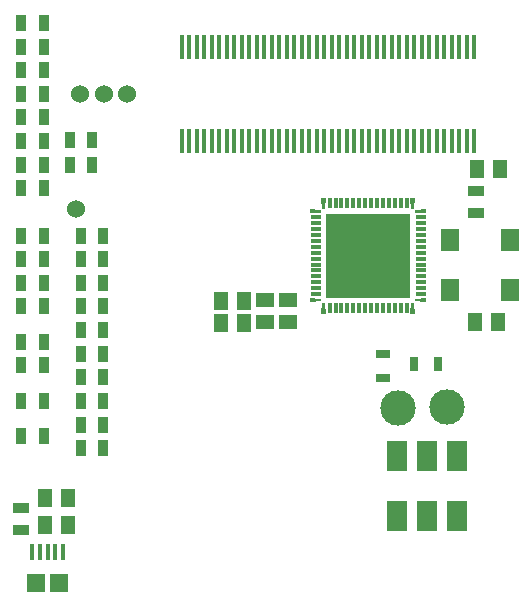
<source format=gtp>
%FSLAX34Y34*%
G04 Gerber Fmt 3.4, Leading zero omitted, Abs format*
G04 (created by PCBNEW (2014-06-12 BZR 4942)-product) date Wed 18 Jun 2014 12:24:07 AM PDT*
%MOIN*%
G01*
G70*
G90*
G04 APERTURE LIST*
%ADD10C,0.003937*%
%ADD11R,0.065000X0.100000*%
%ADD12R,0.012000X0.036000*%
%ADD13R,0.036000X0.012000*%
%ADD14R,0.285000X0.285000*%
%ADD15R,0.047200X0.031500*%
%ADD16R,0.059000X0.051200*%
%ADD17R,0.051200X0.059000*%
%ADD18R,0.015748X0.078740*%
%ADD19R,0.015748X0.053150*%
%ADD20R,0.059055X0.061024*%
%ADD21R,0.035000X0.055000*%
%ADD22R,0.055000X0.035000*%
%ADD23C,0.060000*%
%ADD24R,0.031500X0.047200*%
%ADD25R,0.061024X0.076772*%
%ADD26C,0.118100*%
G04 APERTURE END LIST*
G54D10*
G54D11*
X64488Y-30602D03*
X65488Y-30602D03*
X66488Y-30602D03*
X66488Y-28602D03*
X65488Y-28602D03*
X64488Y-28602D03*
G54D10*
G36*
X65099Y-19999D02*
X65067Y-20359D01*
X64979Y-20359D01*
X64947Y-19999D01*
X65099Y-19999D01*
X65099Y-19999D01*
G37*
G54D12*
X64823Y-20179D03*
X64623Y-20179D03*
X64433Y-20179D03*
X64233Y-20179D03*
X64033Y-20179D03*
X63843Y-20179D03*
X63643Y-20179D03*
X63443Y-20179D03*
X63243Y-20179D03*
X63053Y-20179D03*
X62853Y-20179D03*
X62653Y-20179D03*
X62463Y-20179D03*
X62263Y-20179D03*
G54D10*
G36*
X62139Y-19999D02*
X62107Y-20359D01*
X62019Y-20359D01*
X61987Y-19999D01*
X62139Y-19999D01*
X62139Y-19999D01*
G37*
G36*
X61613Y-20373D02*
X61973Y-20404D01*
X61973Y-20493D01*
X61613Y-20524D01*
X61613Y-20373D01*
X61613Y-20373D01*
G37*
G54D13*
X61793Y-20649D03*
X61793Y-20849D03*
X61793Y-21039D03*
X61793Y-21239D03*
X61793Y-21439D03*
X61793Y-21629D03*
X61793Y-21829D03*
X61793Y-22029D03*
X61793Y-22229D03*
X61793Y-22419D03*
X61793Y-22619D03*
X61793Y-22819D03*
X61793Y-23009D03*
X61793Y-23209D03*
G54D10*
G36*
X61613Y-23333D02*
X61973Y-23364D01*
X61973Y-23453D01*
X61613Y-23484D01*
X61613Y-23333D01*
X61613Y-23333D01*
G37*
G36*
X61987Y-23859D02*
X62019Y-23499D01*
X62107Y-23499D01*
X62139Y-23859D01*
X61987Y-23859D01*
X61987Y-23859D01*
G37*
G54D12*
X62263Y-23679D03*
X62463Y-23679D03*
X62653Y-23679D03*
X62853Y-23679D03*
X63053Y-23679D03*
X63243Y-23679D03*
X63443Y-23679D03*
X63643Y-23679D03*
X63843Y-23679D03*
X64033Y-23679D03*
X64233Y-23679D03*
X64433Y-23679D03*
X64623Y-23679D03*
X64823Y-23679D03*
G54D10*
G36*
X64947Y-23859D02*
X64979Y-23499D01*
X65067Y-23499D01*
X65099Y-23859D01*
X64947Y-23859D01*
X64947Y-23859D01*
G37*
G36*
X65473Y-23482D02*
X65113Y-23455D01*
X65113Y-23362D01*
X65473Y-23335D01*
X65473Y-23482D01*
X65473Y-23482D01*
G37*
G54D13*
X65293Y-23209D03*
X65293Y-23009D03*
X65293Y-22819D03*
X65293Y-22619D03*
X65293Y-22419D03*
X65293Y-22229D03*
X65293Y-22029D03*
X65293Y-21829D03*
X65293Y-21629D03*
X65293Y-21439D03*
X65293Y-21239D03*
X65293Y-21039D03*
X65293Y-20849D03*
X65293Y-20649D03*
G54D10*
G36*
X65473Y-20524D02*
X65113Y-20493D01*
X65113Y-20404D01*
X65473Y-20373D01*
X65473Y-20524D01*
X65473Y-20524D01*
G37*
G54D14*
X63543Y-21929D03*
G54D15*
X64035Y-26004D03*
X64035Y-25216D03*
G54D16*
X60866Y-24154D03*
X60866Y-23404D03*
X60118Y-24154D03*
X60118Y-23404D03*
G54D17*
X52774Y-30019D03*
X53524Y-30019D03*
X59390Y-24173D03*
X58640Y-24173D03*
X59390Y-23425D03*
X58640Y-23425D03*
X52774Y-30905D03*
X53524Y-30905D03*
G54D18*
X67079Y-14960D03*
X67079Y-18110D03*
X66829Y-14960D03*
X66829Y-18110D03*
X66579Y-14960D03*
X66579Y-18110D03*
X66329Y-14960D03*
X66329Y-18110D03*
X66079Y-14960D03*
X66079Y-18110D03*
X65829Y-14960D03*
X65829Y-18110D03*
X65579Y-14960D03*
X65579Y-18110D03*
X65329Y-14960D03*
X65329Y-18110D03*
X65079Y-14960D03*
X65079Y-18110D03*
X64829Y-14960D03*
X64829Y-18110D03*
X64579Y-14960D03*
X64579Y-18110D03*
X64329Y-14960D03*
X64329Y-18110D03*
X64079Y-14960D03*
X64079Y-18110D03*
X63829Y-14960D03*
X63829Y-18110D03*
X63579Y-14960D03*
X63579Y-18110D03*
X63329Y-14960D03*
X63329Y-18110D03*
X63079Y-14960D03*
X63079Y-18110D03*
X62829Y-14960D03*
X62829Y-18110D03*
X62579Y-14960D03*
X62579Y-18110D03*
X62329Y-14960D03*
X62329Y-18110D03*
X62079Y-14960D03*
X62079Y-18110D03*
X61829Y-14960D03*
X61829Y-18110D03*
X61579Y-14960D03*
X61579Y-18110D03*
X61329Y-14960D03*
X61329Y-18110D03*
X61079Y-14960D03*
X61079Y-18110D03*
X60829Y-14960D03*
X60829Y-18110D03*
X60579Y-14960D03*
X60579Y-18110D03*
X60329Y-14960D03*
X60329Y-18110D03*
X60079Y-14960D03*
X60079Y-18110D03*
X59829Y-14960D03*
X59829Y-18110D03*
X59579Y-14960D03*
X59579Y-18110D03*
X59329Y-14960D03*
X59329Y-18110D03*
X59079Y-14960D03*
X59079Y-18110D03*
X58829Y-14960D03*
X58829Y-18110D03*
X58579Y-14960D03*
X58579Y-18110D03*
X58329Y-14960D03*
X58329Y-18110D03*
X58079Y-14960D03*
X58079Y-18110D03*
X57829Y-14960D03*
X57829Y-18110D03*
X57579Y-14960D03*
X57579Y-18110D03*
X57329Y-14960D03*
X57329Y-18110D03*
G54D19*
X52854Y-31791D03*
X52598Y-31791D03*
X52342Y-31791D03*
X53110Y-31791D03*
X53366Y-31791D03*
G54D20*
X52460Y-32854D03*
X53248Y-32854D03*
G54D21*
X52737Y-18110D03*
X51987Y-18110D03*
X52737Y-18897D03*
X51987Y-18897D03*
X52737Y-15748D03*
X51987Y-15748D03*
X52737Y-17322D03*
X51987Y-17322D03*
X54351Y-18070D03*
X53601Y-18070D03*
X54351Y-18897D03*
X53601Y-18897D03*
X51987Y-14960D03*
X52737Y-14960D03*
X52737Y-16535D03*
X51987Y-16535D03*
X52737Y-14173D03*
X51987Y-14173D03*
G54D22*
X51968Y-30333D03*
X51968Y-31083D03*
G54D23*
X53805Y-20370D03*
G54D24*
X65866Y-25551D03*
X65078Y-25551D03*
G54D25*
X66283Y-23070D03*
X68283Y-23070D03*
X68283Y-21417D03*
X66283Y-21417D03*
G54D21*
X52737Y-27952D03*
X51987Y-27952D03*
X52737Y-26771D03*
X51987Y-26771D03*
X52737Y-25590D03*
X51987Y-25590D03*
X52737Y-24803D03*
X51987Y-24803D03*
X52737Y-23622D03*
X51987Y-23622D03*
X52737Y-22834D03*
X51987Y-22834D03*
X52737Y-22047D03*
X51987Y-22047D03*
X52737Y-21259D03*
X51987Y-21259D03*
X52737Y-19685D03*
X51987Y-19685D03*
X53955Y-28346D03*
X54705Y-28346D03*
X53955Y-27559D03*
X54705Y-27559D03*
X53955Y-26771D03*
X54705Y-26771D03*
X53955Y-25984D03*
X54705Y-25984D03*
X53955Y-25196D03*
X54705Y-25196D03*
X53955Y-24409D03*
X54705Y-24409D03*
X53955Y-23622D03*
X54705Y-23622D03*
X53955Y-22834D03*
X54705Y-22834D03*
X53955Y-22047D03*
X54705Y-22047D03*
X53955Y-21259D03*
X54705Y-21259D03*
G54D23*
X53937Y-16535D03*
X54724Y-16535D03*
X55511Y-16535D03*
G54D26*
X66181Y-26958D03*
X64537Y-26998D03*
G54D17*
X67934Y-19045D03*
X67184Y-19045D03*
X67855Y-24153D03*
X67105Y-24153D03*
G54D22*
X67135Y-20512D03*
X67135Y-19762D03*
M02*

</source>
